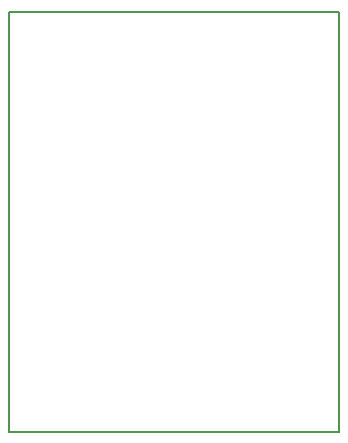
<source format=gbr>
%TF.GenerationSoftware,KiCad,Pcbnew,5.1.5+dfsg1-2build2*%
%TF.CreationDate,2020-12-20T05:39:22+01:00*%
%TF.ProjectId,PSmod1105-v2,50536d6f-6431-4313-9035-2d76322e6b69,rev?*%
%TF.SameCoordinates,PX48ab840PY77e7cd0*%
%TF.FileFunction,Other,User*%
%FSLAX46Y46*%
G04 Gerber Fmt 4.6, Leading zero omitted, Abs format (unit mm)*
G04 Created by KiCad (PCBNEW 5.1.5+dfsg1-2build2) date 2020-12-20 05:39:22*
%MOMM*%
%LPD*%
G04 APERTURE LIST*
%ADD10C,0.150000*%
G04 APERTURE END LIST*
D10*
X635000Y635000D02*
X635000Y36195000D01*
X28575000Y635000D02*
X635000Y635000D01*
X28575000Y36195000D02*
X28575000Y635000D01*
X635000Y36195000D02*
X28575000Y36195000D01*
M02*

</source>
